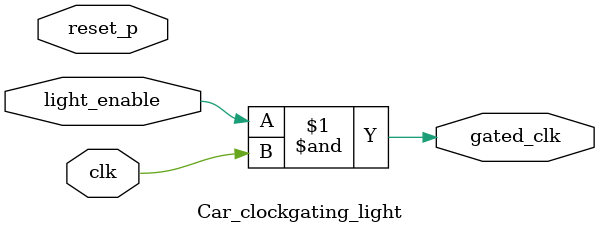
<source format=v>
`timescale 1ns / 1ps


module Car_clockgating_light(
    input clk, reset_p,
    input light_enable,
    output gated_clk
);

    assign gated_clk = light_enable & clk;
//    always @(posedge clk or posedge reset_p) begin
//        if(reset_p) begin
//            gated_clk <= 0;
//        end
//        else begin
//            gated_clk <= light_enable & clk;
//        end
//    end

endmodule
</source>
